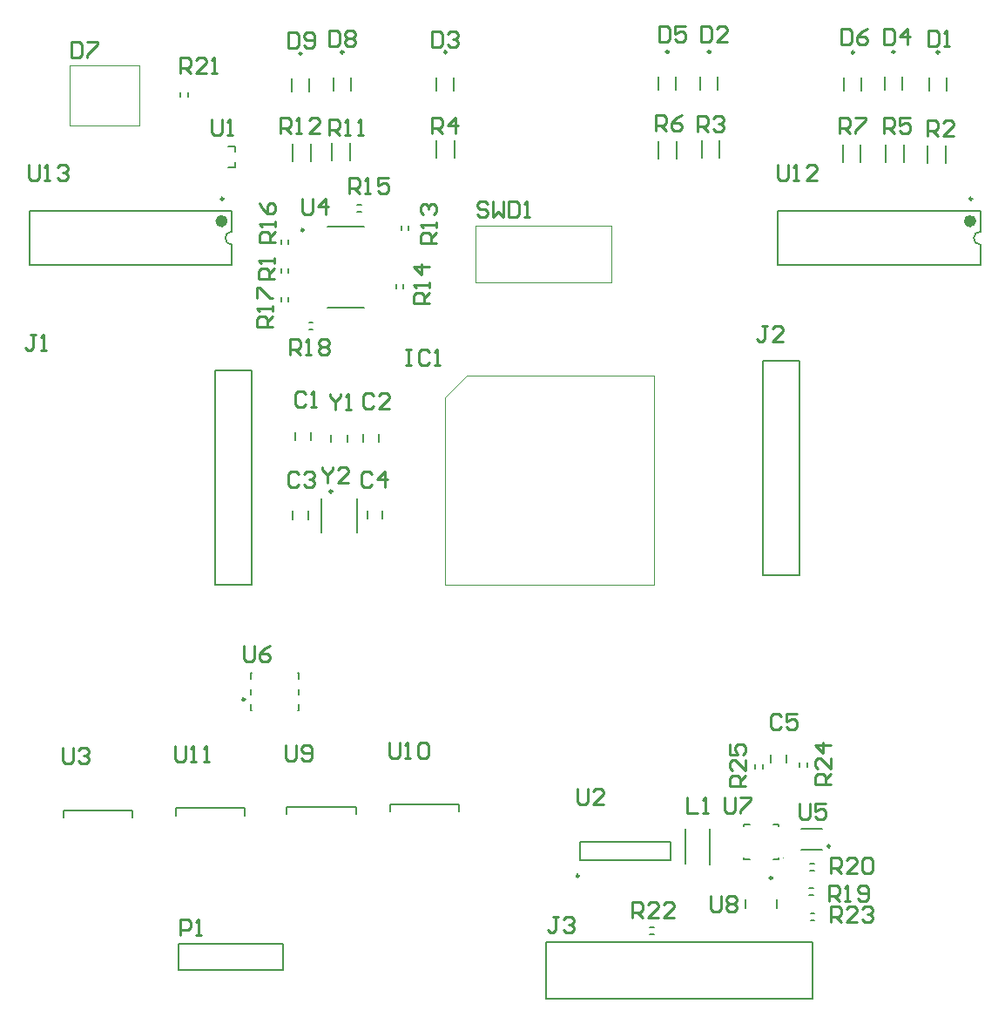
<source format=gbr>
%TF.GenerationSoftware,Altium Limited,Altium Designer,24.1.2 (44)*%
G04 Layer_Color=65535*
%FSLAX45Y45*%
%MOMM*%
%TF.SameCoordinates,E01E6690-4C2E-4FB1-AE08-5A5A66155338*%
%TF.FilePolarity,Positive*%
%TF.FileFunction,Legend,Top*%
%TF.Part,Single*%
G01*
G75*
%TA.AperFunction,NonConductor*%
%ADD49C,0.25000*%
%ADD50C,0.10000*%
%ADD51C,0.60000*%
%ADD52C,0.20000*%
%ADD53C,0.25400*%
D49*
X7054411Y6085699D02*
G03*
X7054411Y6085699I-12500J0D01*
G01*
X9016800Y12372500D02*
G03*
X9016800Y12372500I-12500J0D01*
G01*
X8013500D02*
G03*
X8013500Y12372500I-12500J0D01*
G01*
X13804700D02*
G03*
X13804700Y12372500I-12500J0D01*
G01*
X12979201Y12369700D02*
G03*
X12979201Y12369700I-12500J0D01*
G01*
X13372900Y12375300D02*
G03*
X13372900Y12375300I-12500J0D01*
G01*
X7607100Y12359800D02*
G03*
X7607100Y12359800I-12500J0D01*
G01*
X12182700Y4349600D02*
G03*
X12182700Y4349600I-12500J0D01*
G01*
X7904300Y8104700D02*
G03*
X7904300Y8104700I-12500J0D01*
G01*
X11582200Y12375300D02*
G03*
X11582200Y12375300I-12500J0D01*
G01*
X11175800D02*
G03*
X11175800Y12375300I-12500J0D01*
G01*
X10303400Y4370100D02*
G03*
X10303400Y4370100I-12500J0D01*
G01*
X7626600Y10644500D02*
G03*
X7626600Y10644500I-12500J0D01*
G01*
X12744953Y4659400D02*
G03*
X12744953Y4659400I-12500J0D01*
G01*
X14125200Y10947400D02*
G03*
X14125200Y10947400I-12500J0D01*
G01*
X6848100D02*
G03*
X6848100Y10947400I-12500J0D01*
G01*
D50*
X12292700Y4545000D02*
G03*
X12292700Y4545000I-5000J0D01*
G01*
X9004203Y9019098D02*
X9212702Y9227602D01*
X11037199D01*
Y7194606D02*
Y9227602D01*
X9004203Y7194606D02*
X11037199D01*
X9004203D02*
Y9019098D01*
X5349601Y12240702D02*
X6029599D01*
Y11660698D02*
Y12240702D01*
X5349601Y11660698D02*
X6029599D01*
X5349601D02*
Y12240702D01*
X10616799Y10137501D02*
Y10690499D01*
X9296801Y10137501D02*
Y10690499D01*
Y10137501D02*
X10616799D01*
X9296801Y10690499D02*
X10616799D01*
D51*
X14135699Y10731400D02*
G03*
X14135699Y10731400I-30000J0D01*
G01*
X6858600D02*
G03*
X6858600Y10731400I-30000J0D01*
G01*
D52*
X14205701Y10629900D02*
G03*
X14205701Y10502900I0J-63500D01*
G01*
X6928600Y10629900D02*
G03*
X6928600Y10502900I0J-63500D01*
G01*
X7109912Y5978200D02*
X7117913D01*
X7566914D02*
X7574915D01*
Y6285200D02*
Y6343198D01*
Y6135197D02*
Y6186200D01*
Y5978200D02*
Y6036198D01*
X7109912Y6343198D02*
X7117913D01*
X7566914D02*
X7574915D01*
X7109912Y6285200D02*
Y6343198D01*
Y6135197D02*
Y6186200D01*
Y5978200D02*
Y6036198D01*
X8919301Y12002501D02*
Y12127499D01*
X9089299Y12002501D02*
Y12127499D01*
X7916001Y12002501D02*
Y12127499D01*
X8085999Y12002501D02*
Y12127499D01*
X7900391Y11319190D02*
Y11490010D01*
X8076209Y11319190D02*
Y11490010D01*
X8916391Y11344590D02*
Y11515410D01*
X9092209Y11344590D02*
Y11515410D01*
X11075391Y11340887D02*
Y11511712D01*
X11251209Y11340887D02*
Y11511712D01*
X11494491Y11344590D02*
Y11515410D01*
X11670309Y11344590D02*
Y11515410D01*
X13285191Y11306490D02*
Y11477310D01*
X13461009Y11306490D02*
Y11477310D01*
X13691591Y11293790D02*
Y11464610D01*
X13867409Y11293790D02*
Y11464610D01*
X13707201Y12002501D02*
Y12127499D01*
X13877199Y12002501D02*
Y12127499D01*
X12881702Y11999702D02*
Y12124700D01*
X13051698Y11999702D02*
Y12124700D01*
X13275401Y12005300D02*
Y12130298D01*
X13445399Y12005300D02*
Y12130298D01*
X12866090Y11306490D02*
Y11477310D01*
X13041908Y11306490D02*
Y11477310D01*
X7676200Y9750501D02*
X7716200D01*
X7676200Y9680499D02*
X7716200D01*
X7407199Y9949500D02*
Y9989500D01*
X7477201Y9949500D02*
Y9989500D01*
X7407199Y10227701D02*
Y10267701D01*
X7477201Y10227701D02*
Y10267701D01*
Y10508300D02*
Y10548300D01*
X7407199Y10508300D02*
Y10548300D01*
X8645601Y10646801D02*
Y10686801D01*
X8575599Y10646801D02*
Y10686801D01*
X8524799Y10076500D02*
Y10116500D01*
X8594801Y10076500D02*
Y10116500D01*
X10990900Y3800399D02*
X11030900D01*
X10990900Y3870401D02*
X11030900D01*
X7519391Y11310188D02*
Y11481013D01*
X7695209Y11310188D02*
Y11481013D01*
X7509601Y11989801D02*
Y12114799D01*
X7679599Y11989801D02*
Y12114799D01*
X12554199Y4010101D02*
X12594199D01*
X12554199Y3940099D02*
X12594199D01*
X12449099Y5429499D02*
Y5469499D01*
X12519101Y5429499D02*
Y5469499D01*
X12017299Y5415600D02*
Y5455600D01*
X12087301Y5415600D02*
Y5455600D01*
X12192701Y4869002D02*
X12247702D01*
X11907698D02*
X11962699D01*
X11907698Y4528998D02*
X11962699D01*
X12192701D02*
X12247702D01*
Y4545000D01*
Y4853000D02*
Y4869002D01*
X11907698Y4853000D02*
Y4869002D01*
Y4528998D02*
Y4545000D01*
X12551801Y4422699D02*
X12591801D01*
X12551801Y4492701D02*
X12591801D01*
X12540300Y4181399D02*
X12580300D01*
X12540300Y4251401D02*
X12580300D01*
X11925198Y4059601D02*
Y4144599D01*
X12230202Y4059601D02*
Y4144599D01*
X8146801Y7704699D02*
Y8034701D01*
X7796799Y7704699D02*
Y8034701D01*
X7669601Y7834000D02*
Y7914000D01*
X7519599Y7834000D02*
Y7914000D01*
X8243499Y7838699D02*
Y7918699D01*
X8393501Y7838699D02*
Y7918699D01*
X11484701Y12005300D02*
Y12130298D01*
X11654699Y12005300D02*
Y12130298D01*
X11078301Y12005300D02*
Y12130298D01*
X11248299Y12005300D02*
Y12130298D01*
X11196899Y4520098D02*
Y4700102D01*
X10316901Y4520098D02*
Y4700102D01*
X11196899D01*
X10316901Y4520098D02*
X11196899D01*
X9982601Y3177901D02*
X12572599D01*
Y3730899D01*
X9982601Y3177901D02*
Y3730899D01*
X12572599D01*
X6429299Y11942201D02*
Y11982201D01*
X6499301Y11942201D02*
Y11982201D01*
X8134299Y4968301D02*
Y5041798D01*
X7461301D02*
X8134299D01*
X7461301Y4968301D02*
Y5041798D01*
X6958599Y11403802D02*
Y11453800D01*
X6896100D02*
X6958599D01*
Y11253800D02*
Y11303803D01*
X6896100Y11253800D02*
X6958599D01*
X9137599Y4993701D02*
Y5067198D01*
X8464601D02*
X9137599D01*
X8464601Y4993701D02*
Y5067198D01*
X7054799Y4955601D02*
Y5029098D01*
X6381801D02*
X7054799D01*
X6381801Y4955601D02*
Y5029098D01*
X7429500Y3454400D02*
Y3708400D01*
X6413500Y3454400D02*
X7429500D01*
X6413500Y3708400D02*
X7429500D01*
X6413500Y3454400D02*
Y3708400D01*
X5962599Y4934102D02*
Y5007600D01*
X5289601D02*
X5962599D01*
X5289601Y4934102D02*
Y5007600D01*
X8147299Y10823499D02*
X8187299D01*
X8147299Y10893501D02*
X8187299D01*
X7861600Y9892000D02*
X8216600D01*
X7861600Y10682000D02*
X8216600D01*
X7123902Y7201301D02*
Y9283299D01*
X6769898D02*
X7123902D01*
X6769898Y7201301D02*
X7123902D01*
X6769898D02*
Y9283299D01*
X11572733Y4483369D02*
Y4823369D01*
X11337900Y4488698D02*
Y4828703D01*
X12167799Y5467101D02*
Y5547101D01*
X12317801Y5467101D02*
Y5547101D01*
X12091203Y7290201D02*
Y9372199D01*
Y7290201D02*
X12445202D01*
X12091203Y9372199D02*
X12445202D01*
Y7290201D02*
Y9372199D01*
X12466848Y4624400D02*
X12666848D01*
X12466848Y4824400D02*
X12666848D01*
X12235698Y10301402D02*
Y10831398D01*
X14205702Y10301402D02*
Y10502900D01*
Y10629900D02*
Y10831398D01*
X12235698Y10301402D02*
X14205702D01*
X12235698Y10831398D02*
X14205702D01*
X4958598Y10301402D02*
Y10831398D01*
X6928602Y10301402D02*
Y10502900D01*
Y10629900D02*
Y10831398D01*
X4958598Y10301402D02*
X6928602D01*
X4958598Y10831398D02*
X6928602D01*
X8055600Y8590798D02*
Y8655802D01*
X7895600Y8590798D02*
Y8655802D01*
X7695001Y8604001D02*
Y8684001D01*
X7544999Y8604001D02*
Y8684001D01*
X8205399Y8583300D02*
Y8663300D01*
X8355401Y8583300D02*
Y8663300D01*
D53*
X7043420Y6603951D02*
Y6476992D01*
X7068812Y6451600D01*
X7119595D01*
X7144987Y6476992D01*
Y6603951D01*
X7297338D02*
X7246554Y6578559D01*
X7195771Y6527775D01*
Y6476992D01*
X7221163Y6451600D01*
X7271946D01*
X7297338Y6476992D01*
Y6502383D01*
X7271946Y6527775D01*
X7195771D01*
X8877341Y12572975D02*
Y12420625D01*
X8953517D01*
X8978908Y12446017D01*
Y12547583D01*
X8953517Y12572975D01*
X8877341D01*
X9029692Y12547583D02*
X9055084Y12572975D01*
X9105867D01*
X9131259Y12547583D01*
Y12522192D01*
X9105867Y12496800D01*
X9080475D01*
X9105867D01*
X9131259Y12471408D01*
Y12446017D01*
X9105867Y12420625D01*
X9055084D01*
X9029692Y12446017D01*
X7874041Y12585675D02*
Y12433325D01*
X7950217D01*
X7975608Y12458717D01*
Y12560283D01*
X7950217Y12585675D01*
X7874041D01*
X8026392Y12560283D02*
X8051784Y12585675D01*
X8102567D01*
X8127959Y12560283D01*
Y12534892D01*
X8102567Y12509500D01*
X8127959Y12484108D01*
Y12458717D01*
X8102567Y12433325D01*
X8051784D01*
X8026392Y12458717D01*
Y12484108D01*
X8051784Y12509500D01*
X8026392Y12534892D01*
Y12560283D01*
X8051784Y12509500D02*
X8102567D01*
X7874054Y11569725D02*
Y11722075D01*
X7950229D01*
X7975621Y11696683D01*
Y11645900D01*
X7950229Y11620508D01*
X7874054D01*
X7924837D02*
X7975621Y11569725D01*
X8026404D02*
X8077188D01*
X8051796D01*
Y11722075D01*
X8026404Y11696683D01*
X8153363Y11569725D02*
X8204147D01*
X8178755D01*
Y11722075D01*
X8153363Y11696683D01*
X8877341Y11582425D02*
Y11734775D01*
X8953517D01*
X8978908Y11709383D01*
Y11658600D01*
X8953517Y11633208D01*
X8877341D01*
X8928125D02*
X8978908Y11582425D01*
X9105867D02*
Y11734775D01*
X9029692Y11658600D01*
X9131259D01*
X11049041Y11607825D02*
Y11760175D01*
X11125217D01*
X11150608Y11734783D01*
Y11684000D01*
X11125217Y11658608D01*
X11049041D01*
X11099825D02*
X11150608Y11607825D01*
X11302959Y11760175D02*
X11252175Y11734783D01*
X11201392Y11684000D01*
Y11633217D01*
X11226784Y11607825D01*
X11277567D01*
X11302959Y11633217D01*
Y11658608D01*
X11277567Y11684000D01*
X11201392D01*
X11455441Y11598825D02*
Y11751175D01*
X11531617D01*
X11557008Y11725784D01*
Y11675000D01*
X11531617Y11649608D01*
X11455441D01*
X11506225D02*
X11557008Y11598825D01*
X11607792Y11725784D02*
X11633184Y11751175D01*
X11683967D01*
X11709359Y11725784D01*
Y11700392D01*
X11683967Y11675000D01*
X11658575D01*
X11683967D01*
X11709359Y11649608D01*
Y11624217D01*
X11683967Y11598825D01*
X11633184D01*
X11607792Y11624217D01*
X13271541Y11582425D02*
Y11734775D01*
X13347717D01*
X13373108Y11709383D01*
Y11658600D01*
X13347717Y11633208D01*
X13271541D01*
X13322325D02*
X13373108Y11582425D01*
X13525459Y11734775D02*
X13423892D01*
Y11658600D01*
X13474675Y11683992D01*
X13500067D01*
X13525459Y11658600D01*
Y11607817D01*
X13500067Y11582425D01*
X13449284D01*
X13423892Y11607817D01*
X13690640Y11557025D02*
Y11709375D01*
X13766817D01*
X13792207Y11683983D01*
Y11633200D01*
X13766817Y11607808D01*
X13690640D01*
X13741425D02*
X13792207Y11557025D01*
X13944559D02*
X13842992D01*
X13944559Y11658592D01*
Y11683983D01*
X13919167Y11709375D01*
X13868384D01*
X13842992Y11683983D01*
X13703333Y12585675D02*
Y12433325D01*
X13779507D01*
X13804900Y12458717D01*
Y12560283D01*
X13779507Y12585675D01*
X13703333D01*
X13855684Y12433325D02*
X13906467D01*
X13881076D01*
Y12585675D01*
X13855684Y12560283D01*
X12852441Y12598375D02*
Y12446025D01*
X12928616D01*
X12954008Y12471417D01*
Y12572983D01*
X12928616Y12598375D01*
X12852441D01*
X13106358D02*
X13055576Y12572983D01*
X13004791Y12522200D01*
Y12471417D01*
X13030183Y12446025D01*
X13080968D01*
X13106358Y12471417D01*
Y12496808D01*
X13080968Y12522200D01*
X13004791D01*
X13271541Y12598375D02*
Y12446025D01*
X13347717D01*
X13373108Y12471417D01*
Y12572983D01*
X13347717Y12598375D01*
X13271541D01*
X13500067Y12446025D02*
Y12598375D01*
X13423892Y12522200D01*
X13525459D01*
X12839742Y11582425D02*
Y11734775D01*
X12915916D01*
X12941309Y11709383D01*
Y11658600D01*
X12915916Y11633208D01*
X12839742D01*
X12890524D02*
X12941309Y11582425D01*
X12992091Y11734775D02*
X13093658D01*
Y11709383D01*
X12992091Y11607817D01*
Y11582425D01*
X8623354Y9486875D02*
X8674137D01*
X8648745D01*
Y9334525D01*
X8623354D01*
X8674137D01*
X8851880Y9461483D02*
X8826488Y9486875D01*
X8775704D01*
X8750312Y9461483D01*
Y9359917D01*
X8775704Y9334525D01*
X8826488D01*
X8851880Y9359917D01*
X8902663Y9334525D02*
X8953447D01*
X8928055D01*
Y9486875D01*
X8902663Y9461483D01*
X7493062Y9436125D02*
Y9588475D01*
X7569237D01*
X7594629Y9563083D01*
Y9512300D01*
X7569237Y9486908D01*
X7493062D01*
X7543845D02*
X7594629Y9436125D01*
X7645412D02*
X7696196D01*
X7670804D01*
Y9588475D01*
X7645412Y9563083D01*
X7772371D02*
X7797763Y9588475D01*
X7848547D01*
X7873939Y9563083D01*
Y9537692D01*
X7848547Y9512300D01*
X7873939Y9486908D01*
Y9461517D01*
X7848547Y9436125D01*
X7797763D01*
X7772371Y9461517D01*
Y9486908D01*
X7797763Y9512300D01*
X7772371Y9537692D01*
Y9563083D01*
X7797763Y9512300D02*
X7848547D01*
X7327875Y9702862D02*
X7175525D01*
Y9779037D01*
X7200917Y9804429D01*
X7251700D01*
X7277092Y9779037D01*
Y9702862D01*
Y9753645D02*
X7327875Y9804429D01*
Y9855212D02*
Y9905996D01*
Y9880604D01*
X7175525D01*
X7200917Y9855212D01*
X7175525Y9982171D02*
Y10083739D01*
X7200917D01*
X7302483Y9982171D01*
X7327875D01*
X7340575Y10170333D02*
X7188225D01*
Y10246508D01*
X7213617Y10271900D01*
X7264400D01*
X7289792Y10246508D01*
Y10170333D01*
Y10221116D02*
X7340575Y10271900D01*
Y10322684D02*
Y10373467D01*
Y10348076D01*
X7188225D01*
X7213617Y10322684D01*
X7353275Y10528361D02*
X7200924D01*
Y10604537D01*
X7226316Y10629929D01*
X7277100D01*
X7302492Y10604537D01*
Y10528361D01*
Y10579145D02*
X7353275Y10629929D01*
Y10680712D02*
Y10731496D01*
Y10706104D01*
X7200924D01*
X7226316Y10680712D01*
X7200924Y10909238D02*
X7226316Y10858455D01*
X7277100Y10807671D01*
X7327883D01*
X7353275Y10833063D01*
Y10883846D01*
X7327883Y10909238D01*
X7302492D01*
X7277100Y10883846D01*
Y10807671D01*
X8915375Y10514462D02*
X8763024D01*
Y10590637D01*
X8788416Y10616029D01*
X8839199D01*
X8864591Y10590637D01*
Y10514462D01*
Y10565245D02*
X8915375Y10616029D01*
Y10666812D02*
Y10717596D01*
Y10692204D01*
X8763024D01*
X8788416Y10666812D01*
Y10793771D02*
X8763024Y10819163D01*
Y10869947D01*
X8788416Y10895338D01*
X8813808D01*
X8839199Y10869947D01*
Y10844555D01*
Y10869947D01*
X8864591Y10895338D01*
X8889983D01*
X8915375Y10869947D01*
Y10819163D01*
X8889983Y10793771D01*
X8851875Y9931462D02*
X8699525D01*
Y10007637D01*
X8724917Y10033029D01*
X8775700D01*
X8801092Y10007637D01*
Y9931462D01*
Y9982245D02*
X8851875Y10033029D01*
Y10083812D02*
Y10134596D01*
Y10109204D01*
X8699525D01*
X8724917Y10083812D01*
X8851875Y10286947D02*
X8699525D01*
X8775700Y10210771D01*
Y10312339D01*
X10820466Y3962425D02*
Y4114775D01*
X10896641D01*
X10922033Y4089383D01*
Y4038600D01*
X10896641Y4013208D01*
X10820466D01*
X10871249D02*
X10922033Y3962425D01*
X11074384D02*
X10972817D01*
X11074384Y4063992D01*
Y4089383D01*
X11048992Y4114775D01*
X10998208D01*
X10972817Y4089383D01*
X11226734Y3962425D02*
X11125167D01*
X11226734Y4063992D01*
Y4089383D01*
X11201343Y4114775D01*
X11150559D01*
X11125167Y4089383D01*
X7404162Y11586125D02*
Y11738475D01*
X7480337D01*
X7505729Y11713084D01*
Y11662300D01*
X7480337Y11636908D01*
X7404162D01*
X7454945D02*
X7505729Y11586125D01*
X7556512D02*
X7607296D01*
X7581904D01*
Y11738475D01*
X7556512Y11713084D01*
X7785039Y11586125D02*
X7683471D01*
X7785039Y11687692D01*
Y11713084D01*
X7759647Y11738475D01*
X7708863D01*
X7683471Y11713084D01*
X7480341Y12563075D02*
Y12410725D01*
X7556517D01*
X7581908Y12436117D01*
Y12537684D01*
X7556517Y12563075D01*
X7480341D01*
X7632692Y12436117D02*
X7658084Y12410725D01*
X7708867D01*
X7734259Y12436117D01*
Y12537684D01*
X7708867Y12563075D01*
X7658084D01*
X7632692Y12537684D01*
Y12512292D01*
X7658084Y12486900D01*
X7734259D01*
X12752066Y3924324D02*
Y4076675D01*
X12828241D01*
X12853633Y4051283D01*
Y4000500D01*
X12828241Y3975108D01*
X12752066D01*
X12802849D02*
X12853633Y3924324D01*
X13005984D02*
X12904416D01*
X13005984Y4025892D01*
Y4051283D01*
X12980592Y4076675D01*
X12929808D01*
X12904416Y4051283D01*
X13056767D02*
X13082159Y4076675D01*
X13132942D01*
X13158334Y4051283D01*
Y4025892D01*
X13132942Y4000500D01*
X13107552D01*
X13132942D01*
X13158334Y3975108D01*
Y3949716D01*
X13132942Y3924324D01*
X13082159D01*
X13056767Y3949716D01*
X12750775Y5257866D02*
X12598425D01*
Y5334041D01*
X12623817Y5359433D01*
X12674600D01*
X12699992Y5334041D01*
Y5257866D01*
Y5308649D02*
X12750775Y5359433D01*
Y5511784D02*
Y5410217D01*
X12649208Y5511784D01*
X12623817D01*
X12598425Y5486392D01*
Y5435608D01*
X12623817Y5410217D01*
X12750775Y5638743D02*
X12598425D01*
X12674600Y5562567D01*
Y5664134D01*
X11925275Y5245166D02*
X11772924D01*
Y5321341D01*
X11798316Y5346733D01*
X11849100D01*
X11874492Y5321341D01*
Y5245166D01*
Y5295949D02*
X11925275Y5346733D01*
Y5499083D02*
Y5397516D01*
X11823708Y5499083D01*
X11798316D01*
X11772924Y5473692D01*
Y5422908D01*
X11798316Y5397516D01*
X11772924Y5651434D02*
Y5549867D01*
X11849100D01*
X11823708Y5600650D01*
Y5626042D01*
X11849100Y5651434D01*
X11899883D01*
X11925275Y5626042D01*
Y5575259D01*
X11899883Y5549867D01*
X11722141Y5130775D02*
Y5003817D01*
X11747533Y4978425D01*
X11798317D01*
X11823708Y5003817D01*
Y5130775D01*
X11874492D02*
X11976059D01*
Y5105383D01*
X11874492Y5003817D01*
Y4978425D01*
X12750866Y4394225D02*
Y4546575D01*
X12827042D01*
X12852432Y4521183D01*
Y4470400D01*
X12827042Y4445008D01*
X12750866D01*
X12801649D02*
X12852432Y4394225D01*
X13004784D02*
X12903217D01*
X13004784Y4495792D01*
Y4521183D01*
X12979391Y4546575D01*
X12928609D01*
X12903217Y4521183D01*
X13055566D02*
X13080959Y4546575D01*
X13131743D01*
X13157133Y4521183D01*
Y4419617D01*
X13131743Y4394225D01*
X13080959D01*
X13055566Y4419617D01*
Y4521183D01*
X12736962Y4127524D02*
Y4279875D01*
X12813136D01*
X12838528Y4254483D01*
Y4203700D01*
X12813136Y4178308D01*
X12736962D01*
X12787745D02*
X12838528Y4127524D01*
X12889313D02*
X12940096D01*
X12914703D01*
Y4279875D01*
X12889313Y4254483D01*
X13016270Y4152916D02*
X13041663Y4127524D01*
X13092447D01*
X13117838Y4152916D01*
Y4254483D01*
X13092447Y4279875D01*
X13041663D01*
X13016270Y4254483D01*
Y4229092D01*
X13041663Y4203700D01*
X13117838D01*
X11582441Y4178275D02*
Y4051317D01*
X11607833Y4025925D01*
X11658617D01*
X11684008Y4051317D01*
Y4178275D01*
X11734792Y4152883D02*
X11760184Y4178275D01*
X11810967D01*
X11836359Y4152883D01*
Y4127492D01*
X11810967Y4102100D01*
X11836359Y4076708D01*
Y4051317D01*
X11810967Y4025925D01*
X11760184D01*
X11734792Y4051317D01*
Y4076708D01*
X11760184Y4102100D01*
X11734792Y4127492D01*
Y4152883D01*
X11760184Y4102100D02*
X11810967D01*
X7810541Y8343875D02*
Y8318483D01*
X7861325Y8267700D01*
X7912108Y8318483D01*
Y8343875D01*
X7861325Y8267700D02*
Y8191525D01*
X8064459D02*
X7962892D01*
X8064459Y8293092D01*
Y8318483D01*
X8039067Y8343875D01*
X7988284D01*
X7962892Y8318483D01*
X7581908Y8275683D02*
X7556517Y8301075D01*
X7505733D01*
X7480341Y8275683D01*
Y8174116D01*
X7505733Y8148725D01*
X7556517D01*
X7581908Y8174116D01*
X7632692Y8275683D02*
X7658084Y8301075D01*
X7708867D01*
X7734259Y8275683D01*
Y8250292D01*
X7708867Y8224900D01*
X7683475D01*
X7708867D01*
X7734259Y8199508D01*
Y8174116D01*
X7708867Y8148725D01*
X7658084D01*
X7632692Y8174116D01*
X8293108Y8272384D02*
X8267717Y8297775D01*
X8216933D01*
X8191541Y8272384D01*
Y8170817D01*
X8216933Y8145425D01*
X8267717D01*
X8293108Y8170817D01*
X8420067Y8145425D02*
Y8297775D01*
X8343892Y8221600D01*
X8445459D01*
X11490960Y12628831D02*
Y12476480D01*
X11567135D01*
X11592527Y12501872D01*
Y12603439D01*
X11567135Y12628831D01*
X11490960D01*
X11744878Y12476480D02*
X11643311D01*
X11744878Y12578047D01*
Y12603439D01*
X11719486Y12628831D01*
X11668703D01*
X11643311Y12603439D01*
X11084560Y12628831D02*
Y12476480D01*
X11160735D01*
X11186127Y12501872D01*
Y12603439D01*
X11160735Y12628831D01*
X11084560D01*
X11338478D02*
X11236911D01*
Y12552655D01*
X11287694Y12578047D01*
X11313086D01*
X11338478Y12552655D01*
Y12501872D01*
X11313086Y12476480D01*
X11262303D01*
X11236911Y12501872D01*
X10292080Y5217111D02*
Y5090152D01*
X10317472Y5064760D01*
X10368255D01*
X10393647Y5090152D01*
Y5217111D01*
X10545998Y5064760D02*
X10444431D01*
X10545998Y5166327D01*
Y5191719D01*
X10520606Y5217111D01*
X10469823D01*
X10444431Y5191719D01*
X10099007Y3969971D02*
X10048223D01*
X10073615D01*
Y3843012D01*
X10048223Y3817620D01*
X10022832D01*
X9997440Y3843012D01*
X10149791Y3944579D02*
X10175183Y3969971D01*
X10225966D01*
X10251358Y3944579D01*
Y3919187D01*
X10225966Y3893795D01*
X10200574D01*
X10225966D01*
X10251358Y3868403D01*
Y3843012D01*
X10225966Y3817620D01*
X10175183D01*
X10149791Y3843012D01*
X5369560Y12473891D02*
Y12321540D01*
X5445735D01*
X5471127Y12346932D01*
Y12448499D01*
X5445735Y12473891D01*
X5369560D01*
X5521911D02*
X5623478D01*
Y12448499D01*
X5521911Y12346932D01*
Y12321540D01*
X6428740Y12164060D02*
Y12316411D01*
X6504915D01*
X6530307Y12291019D01*
Y12240235D01*
X6504915Y12214843D01*
X6428740D01*
X6479523D02*
X6530307Y12164060D01*
X6682658D02*
X6581091D01*
X6682658Y12265627D01*
Y12291019D01*
X6657266Y12316411D01*
X6606483D01*
X6581091Y12291019D01*
X6733441Y12164060D02*
X6784225D01*
X6758833D01*
Y12316411D01*
X6733441Y12291019D01*
X7452360Y5643831D02*
Y5516872D01*
X7477752Y5491480D01*
X7528535D01*
X7553927Y5516872D01*
Y5643831D01*
X7604711Y5516872D02*
X7630103Y5491480D01*
X7680886D01*
X7706278Y5516872D01*
Y5618439D01*
X7680886Y5643831D01*
X7630103D01*
X7604711Y5618439D01*
Y5593047D01*
X7630103Y5567655D01*
X7706278D01*
X6731000Y11716971D02*
Y11590012D01*
X6756392Y11564620D01*
X6807175D01*
X6832567Y11590012D01*
Y11716971D01*
X6883351Y11564620D02*
X6934134D01*
X6908743D01*
Y11716971D01*
X6883351Y11691579D01*
X8455660Y5669231D02*
Y5542272D01*
X8481052Y5516880D01*
X8531835D01*
X8557227Y5542272D01*
Y5669231D01*
X8608011Y5516880D02*
X8658794D01*
X8633403D01*
Y5669231D01*
X8608011Y5643839D01*
X8734970D02*
X8760361Y5669231D01*
X8811145D01*
X8836537Y5643839D01*
Y5542272D01*
X8811145Y5516880D01*
X8760361D01*
X8734970Y5542272D01*
Y5643839D01*
X6372860Y5631131D02*
Y5504172D01*
X6398252Y5478780D01*
X6449035D01*
X6474427Y5504172D01*
Y5631131D01*
X6525211Y5478780D02*
X6575994D01*
X6550603D01*
Y5631131D01*
X6525211Y5605739D01*
X6652170Y5478780D02*
X6702953D01*
X6677561D01*
Y5631131D01*
X6652170Y5605739D01*
X6428740Y3794760D02*
Y3947111D01*
X6504915D01*
X6530307Y3921719D01*
Y3870935D01*
X6504915Y3845543D01*
X6428740D01*
X6581091Y3794760D02*
X6631874D01*
X6606483D01*
Y3947111D01*
X6581091Y3921719D01*
X5280660Y5610811D02*
Y5483852D01*
X5306052Y5458460D01*
X5356835D01*
X5382227Y5483852D01*
Y5610811D01*
X5433011Y5585419D02*
X5458403Y5610811D01*
X5509186D01*
X5534578Y5585419D01*
Y5560027D01*
X5509186Y5534635D01*
X5483794D01*
X5509186D01*
X5534578Y5509243D01*
Y5483852D01*
X5509186Y5458460D01*
X5458403D01*
X5433011Y5483852D01*
X8067040Y10995660D02*
Y11148011D01*
X8143215D01*
X8168607Y11122619D01*
Y11071835D01*
X8143215Y11046443D01*
X8067040D01*
X8117823D02*
X8168607Y10995660D01*
X8219391D02*
X8270174D01*
X8244783D01*
Y11148011D01*
X8219391Y11122619D01*
X8447917Y11148011D02*
X8346350D01*
Y11071835D01*
X8397133Y11097227D01*
X8422525D01*
X8447917Y11071835D01*
Y11021052D01*
X8422525Y10995660D01*
X8371741D01*
X8346350Y11021052D01*
X7614920Y10944811D02*
Y10817852D01*
X7640312Y10792460D01*
X7691095D01*
X7716487Y10817852D01*
Y10944811D01*
X7843446Y10792460D02*
Y10944811D01*
X7767271Y10868635D01*
X7868838D01*
X5021547Y9624011D02*
X4970763D01*
X4996155D01*
Y9497052D01*
X4970763Y9471660D01*
X4945372D01*
X4919980Y9497052D01*
X5072331Y9471660D02*
X5123114D01*
X5097723D01*
Y9624011D01*
X5072331Y9598619D01*
X9418287Y10899099D02*
X9392895Y10924491D01*
X9342112D01*
X9316720Y10899099D01*
Y10873707D01*
X9342112Y10848315D01*
X9392895D01*
X9418287Y10822923D01*
Y10797532D01*
X9392895Y10772140D01*
X9342112D01*
X9316720Y10797532D01*
X9469071Y10924491D02*
Y10772140D01*
X9519854Y10822923D01*
X9570638Y10772140D01*
Y10924491D01*
X9621421D02*
Y10772140D01*
X9697597D01*
X9722989Y10797532D01*
Y10899099D01*
X9697597Y10924491D01*
X9621421D01*
X9773772Y10772140D02*
X9824556D01*
X9799164D01*
Y10924491D01*
X9773772Y10899099D01*
X11353800Y5133291D02*
Y4980940D01*
X11455367D01*
X11506151D02*
X11556934D01*
X11531543D01*
Y5133291D01*
X11506151Y5107899D01*
X12270707Y5915619D02*
X12245315Y5941011D01*
X12194532D01*
X12169140Y5915619D01*
Y5814052D01*
X12194532Y5788660D01*
X12245315D01*
X12270707Y5814052D01*
X12423058Y5941011D02*
X12321491D01*
Y5864835D01*
X12372274Y5890227D01*
X12397666D01*
X12423058Y5864835D01*
Y5814052D01*
X12397666Y5788660D01*
X12346883D01*
X12321491Y5814052D01*
X12131007Y9715451D02*
X12080223D01*
X12105615D01*
Y9588492D01*
X12080223Y9563100D01*
X12054832D01*
X12029440Y9588492D01*
X12283358Y9563100D02*
X12181791D01*
X12283358Y9664667D01*
Y9690059D01*
X12257966Y9715451D01*
X12207183D01*
X12181791Y9690059D01*
X12446000Y5072331D02*
Y4945372D01*
X12471392Y4919980D01*
X12522175D01*
X12547567Y4945372D01*
Y5072331D01*
X12699918D02*
X12598351D01*
Y4996155D01*
X12649134Y5021547D01*
X12674526D01*
X12699918Y4996155D01*
Y4945372D01*
X12674526Y4919980D01*
X12623743D01*
X12598351Y4945372D01*
X12232640Y11282631D02*
Y11155672D01*
X12258032Y11130280D01*
X12308815D01*
X12334207Y11155672D01*
Y11282631D01*
X12384991Y11130280D02*
X12435774D01*
X12410383D01*
Y11282631D01*
X12384991Y11257239D01*
X12613517Y11130280D02*
X12511950D01*
X12613517Y11231847D01*
Y11257239D01*
X12588125Y11282631D01*
X12537341D01*
X12511950Y11257239D01*
X4955540Y11282631D02*
Y11155672D01*
X4980932Y11130280D01*
X5031715D01*
X5057107Y11155672D01*
Y11282631D01*
X5107891Y11130280D02*
X5158674D01*
X5133283D01*
Y11282631D01*
X5107891Y11257239D01*
X5234850D02*
X5260241Y11282631D01*
X5311025D01*
X5336417Y11257239D01*
Y11231847D01*
X5311025Y11206455D01*
X5285633D01*
X5311025D01*
X5336417Y11181063D01*
Y11155672D01*
X5311025Y11130280D01*
X5260241D01*
X5234850Y11155672D01*
X7886700Y9052511D02*
Y9027119D01*
X7937483Y8976335D01*
X7988267Y9027119D01*
Y9052511D01*
X7937483Y8976335D02*
Y8900160D01*
X8039051D02*
X8089834D01*
X8064443D01*
Y9052511D01*
X8039051Y9027119D01*
X7647907Y9052519D02*
X7622515Y9077911D01*
X7571732D01*
X7546340Y9052519D01*
Y8950952D01*
X7571732Y8925560D01*
X7622515D01*
X7647907Y8950952D01*
X7698691Y8925560D02*
X7749474D01*
X7724083D01*
Y9077911D01*
X7698691Y9052519D01*
X8308307Y9032199D02*
X8282915Y9057591D01*
X8232132D01*
X8206740Y9032199D01*
Y8930632D01*
X8232132Y8905240D01*
X8282915D01*
X8308307Y8930632D01*
X8460658Y8905240D02*
X8359091D01*
X8460658Y9006807D01*
Y9032199D01*
X8435266Y9057591D01*
X8384483D01*
X8359091Y9032199D01*
%TF.MD5,c7b8bfa53f6a64b3a3c8eb312bcd6848*%
M02*

</source>
